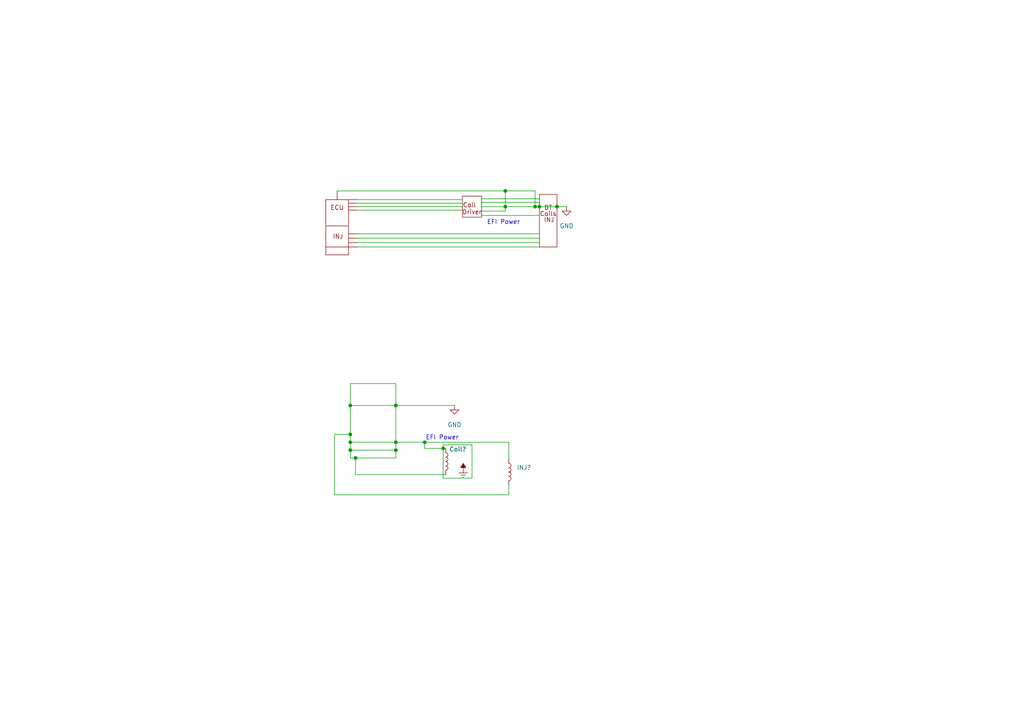
<source format=kicad_sch>
(kicad_sch (version 20211123) (generator eeschema)
  (paper "A4")
  (lib_symbols
    (symbol "Device:L" (pin_numbers hide) (pin_names (offset 1.016) hide)
      (property "Reference" "L" (at -1.27 0 90))
      (property "Value" "L" (at 1.905 0 90))
      (symbol "L_0_1"
        (arc (start 0 -2.54) (mid 0.635 -1.905) (end 0 -1.27))
        (arc (start 0 -1.27) (mid 0.635 -0.635) (end 0 0))
        (arc (start 0 0) (mid 0.635 0.635) (end 0 1.27))
        (arc (start 0 1.27) (mid 0.635 1.905) (end 0 2.54))
      )
      (symbol "L_1_1"
        (pin passive line (at 0 3.81 270) (length 1.27) (name "1") (number "1"))
        (pin passive line (at 0 -3.81 90) (length 1.27) (name "2") (number "2"))
      )
    )
    (symbol "ECU2_1"
      (property "Reference" "U" (at 0 0 0))
      (property "Value" "ECU2_1" (at 0 0 0))
      (symbol "ECU2_1_0_0"
        (text "ECU" (at 7.874 16.764 0) (effects (font (size 1.27 1.27))))
        (text "INJ" (at 8.128 8.382 0) (effects (font (size 1.27 1.27))))
      )
      (symbol "ECU2_1_0_1"
        (polyline (pts (xy 4.572 11.43) (xy 11.176 11.43)))
        (polyline (pts (xy 4.572 5.334) (xy 11.176 5.334) (xy 11.176 5.334)))
        (rectangle (start 4.572 19.05) (end 11.176 3.048))
      )
      (symbol "ECU2_1_1_1"
        (pin input line (at 7.874 19.05 90) (length 2.54) (name "") (number ""))
        (pin input line (at 11.176 5.334 0) (length 2.54) (name "") (number ""))
        (pin input line (at 11.176 6.604 0) (length 2.54) (name "") (number ""))
        (pin input line (at 11.176 7.874 0) (length 2.54) (name "") (number ""))
        (pin input line (at 11.176 9.144 0) (length 2.54) (name "") (number ""))
        (pin input line (at 11.176 16.002 0) (length 2.54) (name "") (number ""))
        (pin input line (at 11.176 17.018 0) (length 2.54) (name "") (number ""))
        (pin input line (at 11.176 18.034 0) (length 2.54) (name "") (number ""))
        (pin input line (at 11.176 19.05 0) (length 2.54) (name "") (number ""))
      )
    )
    (symbol "Ty lib:3"
      (property "Reference" "U" (at 0 0 0))
      (property "Value" "3" (at 0 0 0))
      (symbol "3_0_0"
        (rectangle (start 2.794 8.89) (end 8.382 2.794))
        (text "Coil" (at 4.826 6.35 0) (effects (font (size 1.27 1.27))))
        (text "Driver" (at 5.588 4.318 0) (effects (font (size 1.27 1.27))))
      )
    )
    (symbol "Ty lib:4"
      (property "Reference" "U" (at 0 0 0))
      (property "Value" "4" (at 0 0 0))
      (symbol "4_0_0"
        (rectangle (start 1.016 9.398) (end 6.096 -5.842))
        (text "Coils" (at 3.556 3.81 0) (effects (font (size 1.27 1.27))))
        (text "DT" (at 3.556 5.588 0) (effects (font (size 1.27 1.27))))
        (text "INJ" (at 3.81 2.032 0) (effects (font (size 1.27 1.27))))
      )
    )
    (symbol "power:-12V" (power) (pin_names (offset 0))
      (property "Value" "-12V" (at 0 3.81 0))
      (symbol "-12V_0_0"
        (pin power_in line (at 0 0 90) (length 0) hide (name "-12V") (number "1"))
      )
      (symbol "-12V_0_1"
        (polyline (pts (xy 0 0) (xy 0 1.27) (xy 0.762 1.27) (xy 0 2.54) (xy -0.762 1.27) (xy 0 1.27)) (fill (type outline)))
      )
    )
    (symbol "power:GND" (power) (pin_names (offset 0))
      (property "Value" "GND" (at 0 -3.81 0))
      (symbol "GND_0_1"
        (polyline (pts (xy 0 0) (xy 0 -1.27) (xy 1.27 -1.27) (xy 0 -2.54) (xy -1.27 -1.27) (xy 0 -1.27)))
      )
      (symbol "GND_1_1"
        (pin power_in line (at 0 0 270) (length 0) hide (name "GND") (number "1"))
      )
    )
    (symbol "power:GNDREF" (power) (pin_names (offset 0))
      (property "Value" "GNDREF" (at 0 -3.81 0))
      (symbol "GNDREF_0_1"
        (polyline (pts (xy -0.635 -1.905) (xy 0.635 -1.905)))
        (polyline (pts (xy -0.127 -2.54) (xy 0.127 -2.54)))
        (polyline (pts (xy 0 -1.27) (xy 0 0)))
        (polyline (pts (xy 1.27 -1.27) (xy -1.27 -1.27)))
      )
      (symbol "GNDREF_1_1"
        (pin power_in line (at 0 0 270) (length 0) hide (name "GNDREF") (number "1"))
      )
    )
  )
  (junction (at 101.6 117.602))
  (junction (at 123.19 128.27))
  (junction (at 114.808 128.27))
  (junction (at 101.6 128.27))
  (junction (at 101.6 125.984))
  (junction (at 114.808 130.556))
  (junction (at 156.464 59.944))
  (junction (at 114.808 117.602))
  (junction (at 101.6 130.556))
  (junction (at 146.558 55.372))
  (junction (at 161.544 59.944))
  (junction (at 146.558 59.944))
  (junction (at 103.124 132.842))
  (junction (at 155.194 59.944))
  (junction (at 128.524 130.048))
  (wire (pts (xy 146.558 59.944) (xy 146.558 61.214)))
  (wire (pts (xy 123.19 130.048) (xy 128.524 130.048)))
  (wire (pts (xy 101.6 128.27) (xy 114.808 128.27)))
  (wire (pts (xy 101.6 117.602) (xy 101.6 111.252)))
  (wire (pts (xy 147.574 128.27) (xy 147.574 133.096)))
  (wire (pts (xy 136.906 129.032) (xy 136.906 138.684)))
  (wire (pts (xy 114.808 117.602) (xy 131.826 117.602)))
  (wire (pts (xy 155.194 59.944) (xy 155.194 55.372)))
  (wire (pts (xy 97.79 55.372) (xy 146.558 55.372)))
  (wire (pts (xy 114.808 117.602) (xy 101.6 117.602)))
  (wire (pts (xy 161.544 59.69) (xy 161.544 59.944)))
  (wire (pts (xy 139.7 58.674) (xy 156.464 58.674)))
  (wire (pts (xy 101.6 111.252) (xy 114.808 111.252)))
  (wire (pts (xy 155.194 55.372) (xy 146.558 55.372)))
  (wire (pts (xy 114.808 117.602) (xy 114.808 128.27)))
  (wire (pts (xy 101.6 128.27) (xy 101.6 130.556)))
  (wire (pts (xy 103.632 59.944) (xy 134.112 59.944)))
  (wire (pts (xy 129.286 137.668) (xy 103.124 137.668)))
  (wire (pts (xy 123.19 128.27) (xy 123.19 130.048)))
  (wire (pts (xy 146.558 55.372) (xy 146.558 59.944)))
  (wire (pts (xy 147.574 143.51) (xy 97.028 143.51)))
  (wire (pts (xy 103.632 69.088) (xy 156.464 69.088)))
  (wire (pts (xy 97.028 125.984) (xy 101.6 125.984)))
  (wire (pts (xy 114.808 128.27) (xy 114.808 130.556)))
  (wire (pts (xy 103.632 57.912) (xy 134.112 57.912)))
  (wire (pts (xy 123.19 128.27) (xy 147.574 128.27)))
  (wire (pts (xy 139.7 62.484) (xy 156.464 62.484)))
  (wire (pts (xy 156.464 71.374) (xy 156.464 71.628)))
  (wire (pts (xy 139.7 57.658) (xy 156.464 57.658)))
  (wire (pts (xy 156.464 59.69) (xy 156.464 59.944)))
  (wire (pts (xy 146.558 59.944) (xy 155.194 59.944)))
  (wire (pts (xy 136.906 138.684) (xy 128.524 138.684)))
  (wire (pts (xy 134.366 136.906) (xy 134.366 135.89)))
  (wire (pts (xy 147.574 140.716) (xy 147.574 143.51)))
  (wire (pts (xy 101.6 117.602) (xy 101.6 125.984)))
  (wire (pts (xy 101.6 130.556) (xy 114.808 130.556)))
  (wire (pts (xy 161.544 59.944) (xy 164.338 59.944)))
  (wire (pts (xy 103.632 70.358) (xy 156.464 70.358)))
  (wire (pts (xy 139.7 59.944) (xy 146.558 59.944)))
  (wire (pts (xy 103.632 71.628) (xy 156.464 71.628)))
  (wire (pts (xy 101.6 132.842) (xy 103.124 132.842)))
  (wire (pts (xy 103.124 132.842) (xy 114.808 132.842)))
  (wire (pts (xy 114.808 111.252) (xy 114.808 117.602)))
  (wire (pts (xy 101.6 130.556) (xy 101.6 132.842)))
  (wire (pts (xy 128.524 129.032) (xy 136.906 129.032)))
  (wire (pts (xy 139.7 61.214) (xy 146.558 61.214)))
  (wire (pts (xy 103.632 67.818) (xy 156.464 67.818)))
  (wire (pts (xy 114.808 128.27) (xy 123.19 128.27)))
  (wire (pts (xy 97.028 143.51) (xy 97.028 125.984)))
  (wire (pts (xy 103.124 137.668) (xy 103.124 132.842)))
  (wire (pts (xy 128.524 138.684) (xy 128.524 130.048)))
  (wire (pts (xy 114.808 130.556) (xy 114.808 132.842)))
  (wire (pts (xy 103.632 60.96) (xy 134.112 60.96)))
  (wire (pts (xy 155.194 59.944) (xy 156.464 59.944)))
  (wire (pts (xy 128.524 130.048) (xy 129.286 130.048)))
  (wire (pts (xy 103.632 58.928) (xy 134.112 58.928)))
  (wire (pts (xy 156.464 59.944) (xy 161.544 59.944)))
  (wire (pts (xy 128.524 130.048) (xy 128.524 129.032)))
  (wire (pts (xy 101.6 125.984) (xy 101.6 128.27)))
  (text "EFI Power" (at 123.444 127.762 0) (effects (font (size 1.27 1.27)) (justify left bottom)))
  (text "EFI Power" (at 141.224 65.278 0) (effects (font (size 1.27 1.27)) (justify left bottom)))
  (symbol (lib_id "power:GNDREF") (at 134.366 135.89 0) (unit 1)
    (property "Reference" "#PWR?" (effects hide))
    (property "Value" "GNDREF" (effects hide))
  )
  (symbol (lib_id "power:GND") (at 164.338 59.944 0) (unit 1)
    (property "Reference" "#PWR?" (effects hide))
    (property "Value" "GND" (at 164.338 65.532 0))
  )
  (symbol (lib_id "Ty lib:3") (at 131.318 65.786 0) (unit 1)
    (property "Reference" "U?" (effects hide))
    (property "Value" "3" (effects hide))
  )
  (symbol (lib_id "Device:L") (at 129.286 133.858 0) (unit 1)
    (property "Reference" "Coil?" (at 130.302 130.302 0) (effects (justify left)))
    (property "Value" "L" (effects hide))
  )
  (symbol (lib_name "ECU2_1") (lib_id "Ty lib:ECU2") (at 89.916 76.962 0) (unit 1)
    (property "Reference" "U?" (effects hide))
    (property "Value" "ECU2" (effects hide))
  )
  (symbol (lib_id "power:-12V") (at 134.366 136.906 0) (unit 1)
    (property "Reference" "#PWR?" (effects hide))
    (property "Value" "-12V" (effects hide))
  )
  (symbol (lib_id "Device:L") (at 147.574 136.906 0) (unit 1)
    (property "Reference" "INJ?" (at 149.86 135.6359 0) (effects (justify left)))
    (property "Value" "L" (effects hide))
  )
  (symbol (lib_id "power:GND") (at 131.826 117.602 0) (unit 1)
    (property "Reference" "#PWR?" (effects hide))
    (property "Value" "GND" (at 131.826 123.19 0))
  )
  (symbol (lib_id "Ty lib:4") (at 155.448 65.786 0) (unit 1)
    (property "Reference" "U?" (effects hide))
    (property "Value" "4" (effects hide))
  )
)
</source>
